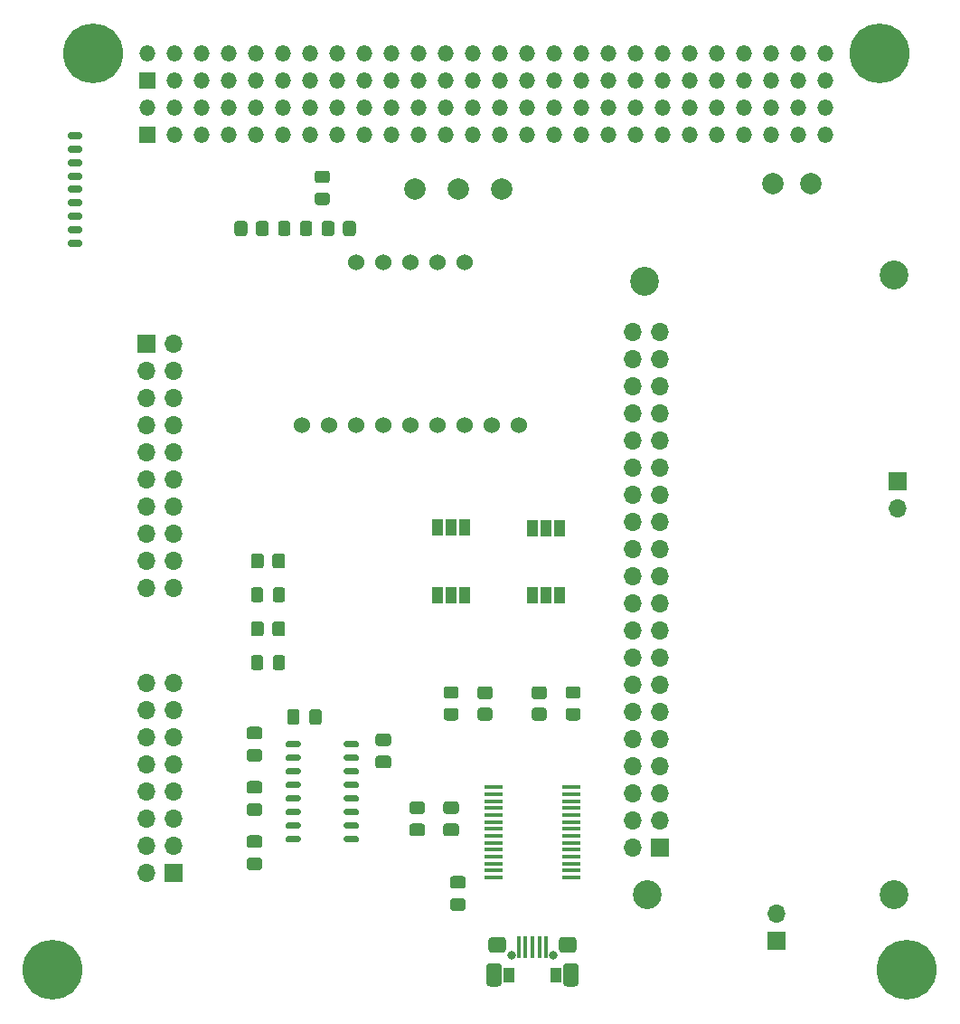
<source format=gbr>
%TF.GenerationSoftware,KiCad,Pcbnew,(5.1.9)-1*%
%TF.CreationDate,2021-10-10T11:17:01-04:00*%
%TF.ProjectId,REVERB Interface,52455645-5242-4204-996e-746572666163,rev?*%
%TF.SameCoordinates,Original*%
%TF.FileFunction,Soldermask,Top*%
%TF.FilePolarity,Negative*%
%FSLAX46Y46*%
G04 Gerber Fmt 4.6, Leading zero omitted, Abs format (unit mm)*
G04 Created by KiCad (PCBNEW (5.1.9)-1) date 2021-10-10 11:17:01*
%MOMM*%
%LPD*%
G01*
G04 APERTURE LIST*
%ADD10C,2.000000*%
%ADD11C,2.700000*%
%ADD12O,1.700000X1.700000*%
%ADD13R,1.700000X1.700000*%
%ADD14R,1.000000X1.500000*%
%ADD15C,1.524000*%
%ADD16R,1.750000X0.450000*%
%ADD17R,1.100000X1.350000*%
%ADD18C,0.800000*%
%ADD19R,0.400000X2.000000*%
%ADD20C,5.600000*%
%ADD21C,3.600000*%
%ADD22O,1.400000X0.700000*%
%ADD23O,1.500000X1.500000*%
%ADD24R,1.500000X1.500000*%
G04 APERTURE END LIST*
D10*
%TO.C,TP5*%
X145796000Y-70612000D03*
%TD*%
%TO.C,TP4*%
X179324000Y-70104000D03*
%TD*%
%TO.C,TP3*%
X149860000Y-70612000D03*
%TD*%
%TO.C,TP2*%
X153924000Y-70612000D03*
%TD*%
%TO.C,TP1*%
X182880000Y-70104000D03*
%TD*%
D11*
%TO.C,M8*%
X190701000Y-136609000D03*
%TD*%
%TO.C,M7*%
X190701000Y-78609000D03*
%TD*%
%TO.C,M6*%
X167574000Y-136609000D03*
%TD*%
%TO.C,M5*%
X167384000Y-79244000D03*
%TD*%
D12*
%TO.C,J8*%
X191021000Y-100524000D03*
D13*
X191021000Y-97984000D03*
%TD*%
%TO.C,R6*%
G36*
G01*
X131680000Y-104959999D02*
X131680000Y-105860001D01*
G75*
G02*
X131430001Y-106110000I-249999J0D01*
G01*
X130729999Y-106110000D01*
G75*
G02*
X130480000Y-105860001I0J249999D01*
G01*
X130480000Y-104959999D01*
G75*
G02*
X130729999Y-104710000I249999J0D01*
G01*
X131430001Y-104710000D01*
G75*
G02*
X131680000Y-104959999I0J-249999D01*
G01*
G37*
G36*
G01*
X133680000Y-104959999D02*
X133680000Y-105860001D01*
G75*
G02*
X133430001Y-106110000I-249999J0D01*
G01*
X132729999Y-106110000D01*
G75*
G02*
X132480000Y-105860001I0J249999D01*
G01*
X132480000Y-104959999D01*
G75*
G02*
X132729999Y-104710000I249999J0D01*
G01*
X133430001Y-104710000D01*
G75*
G02*
X133680000Y-104959999I0J-249999D01*
G01*
G37*
%TD*%
%TO.C,R5*%
G36*
G01*
X131680000Y-111309999D02*
X131680000Y-112210001D01*
G75*
G02*
X131430001Y-112460000I-249999J0D01*
G01*
X130729999Y-112460000D01*
G75*
G02*
X130480000Y-112210001I0J249999D01*
G01*
X130480000Y-111309999D01*
G75*
G02*
X130729999Y-111060000I249999J0D01*
G01*
X131430001Y-111060000D01*
G75*
G02*
X131680000Y-111309999I0J-249999D01*
G01*
G37*
G36*
G01*
X133680000Y-111309999D02*
X133680000Y-112210001D01*
G75*
G02*
X133430001Y-112460000I-249999J0D01*
G01*
X132729999Y-112460000D01*
G75*
G02*
X132480000Y-112210001I0J249999D01*
G01*
X132480000Y-111309999D01*
G75*
G02*
X132729999Y-111060000I249999J0D01*
G01*
X133430001Y-111060000D01*
G75*
G02*
X133680000Y-111309999I0J-249999D01*
G01*
G37*
%TD*%
%TO.C,R4*%
G36*
G01*
X130940000Y-74745001D02*
X130940000Y-73844999D01*
G75*
G02*
X131189999Y-73595000I249999J0D01*
G01*
X131890001Y-73595000D01*
G75*
G02*
X132140000Y-73844999I0J-249999D01*
G01*
X132140000Y-74745001D01*
G75*
G02*
X131890001Y-74995000I-249999J0D01*
G01*
X131189999Y-74995000D01*
G75*
G02*
X130940000Y-74745001I0J249999D01*
G01*
G37*
G36*
G01*
X128940000Y-74745001D02*
X128940000Y-73844999D01*
G75*
G02*
X129189999Y-73595000I249999J0D01*
G01*
X129890001Y-73595000D01*
G75*
G02*
X130140000Y-73844999I0J-249999D01*
G01*
X130140000Y-74745001D01*
G75*
G02*
X129890001Y-74995000I-249999J0D01*
G01*
X129189999Y-74995000D01*
G75*
G02*
X128940000Y-74745001I0J249999D01*
G01*
G37*
%TD*%
%TO.C,R3*%
G36*
G01*
X138300000Y-73844999D02*
X138300000Y-74745001D01*
G75*
G02*
X138050001Y-74995000I-249999J0D01*
G01*
X137349999Y-74995000D01*
G75*
G02*
X137100000Y-74745001I0J249999D01*
G01*
X137100000Y-73844999D01*
G75*
G02*
X137349999Y-73595000I249999J0D01*
G01*
X138050001Y-73595000D01*
G75*
G02*
X138300000Y-73844999I0J-249999D01*
G01*
G37*
G36*
G01*
X140300000Y-73844999D02*
X140300000Y-74745001D01*
G75*
G02*
X140050001Y-74995000I-249999J0D01*
G01*
X139349999Y-74995000D01*
G75*
G02*
X139100000Y-74745001I0J249999D01*
G01*
X139100000Y-73844999D01*
G75*
G02*
X139349999Y-73595000I249999J0D01*
G01*
X140050001Y-73595000D01*
G75*
G02*
X140300000Y-73844999I0J-249999D01*
G01*
G37*
%TD*%
%TO.C,R2*%
G36*
G01*
X151949999Y-119145000D02*
X152850001Y-119145000D01*
G75*
G02*
X153100000Y-119394999I0J-249999D01*
G01*
X153100000Y-120095001D01*
G75*
G02*
X152850001Y-120345000I-249999J0D01*
G01*
X151949999Y-120345000D01*
G75*
G02*
X151700000Y-120095001I0J249999D01*
G01*
X151700000Y-119394999D01*
G75*
G02*
X151949999Y-119145000I249999J0D01*
G01*
G37*
G36*
G01*
X151949999Y-117145000D02*
X152850001Y-117145000D01*
G75*
G02*
X153100000Y-117394999I0J-249999D01*
G01*
X153100000Y-118095001D01*
G75*
G02*
X152850001Y-118345000I-249999J0D01*
G01*
X151949999Y-118345000D01*
G75*
G02*
X151700000Y-118095001I0J249999D01*
G01*
X151700000Y-117394999D01*
G75*
G02*
X151949999Y-117145000I249999J0D01*
G01*
G37*
%TD*%
%TO.C,R1*%
G36*
G01*
X157029999Y-119145000D02*
X157930001Y-119145000D01*
G75*
G02*
X158180000Y-119394999I0J-249999D01*
G01*
X158180000Y-120095001D01*
G75*
G02*
X157930001Y-120345000I-249999J0D01*
G01*
X157029999Y-120345000D01*
G75*
G02*
X156780000Y-120095001I0J249999D01*
G01*
X156780000Y-119394999D01*
G75*
G02*
X157029999Y-119145000I249999J0D01*
G01*
G37*
G36*
G01*
X157029999Y-117145000D02*
X157930001Y-117145000D01*
G75*
G02*
X158180000Y-117394999I0J-249999D01*
G01*
X158180000Y-118095001D01*
G75*
G02*
X157930001Y-118345000I-249999J0D01*
G01*
X157029999Y-118345000D01*
G75*
G02*
X156780000Y-118095001I0J249999D01*
G01*
X156780000Y-117394999D01*
G75*
G02*
X157029999Y-117145000I249999J0D01*
G01*
G37*
%TD*%
D14*
%TO.C,JP4*%
X156815000Y-108585000D03*
X158115000Y-108585000D03*
X159415000Y-108585000D03*
%TD*%
%TO.C,JP3*%
X147925000Y-108585000D03*
X149225000Y-108585000D03*
X150525000Y-108585000D03*
%TD*%
%TO.C,JP2*%
X156815000Y-102320000D03*
X158115000Y-102320000D03*
X159415000Y-102320000D03*
%TD*%
%TO.C,JP1*%
X147925000Y-102235000D03*
X149225000Y-102235000D03*
X150525000Y-102235000D03*
%TD*%
D15*
%TO.C,U1*%
X135255000Y-92710000D03*
X137795000Y-92710000D03*
X140335000Y-92710000D03*
X142875000Y-92710000D03*
X145415000Y-92710000D03*
X147955000Y-92710000D03*
X150495000Y-92710000D03*
X153035000Y-92710000D03*
X155575000Y-92710000D03*
X140335000Y-77470000D03*
X150495000Y-77470000D03*
X147955000Y-77470000D03*
X145415000Y-77470000D03*
X142875000Y-77470000D03*
%TD*%
D16*
%TO.C,U3*%
X160445000Y-126585000D03*
X160445000Y-127235000D03*
X160445000Y-127885000D03*
X160445000Y-128535000D03*
X160445000Y-129185000D03*
X160445000Y-129835000D03*
X160445000Y-130485000D03*
X160445000Y-131135000D03*
X160445000Y-131785000D03*
X160445000Y-132435000D03*
X160445000Y-133085000D03*
X160445000Y-133735000D03*
X160445000Y-134385000D03*
X160445000Y-135035000D03*
X153245000Y-135035000D03*
X153245000Y-134385000D03*
X153245000Y-133735000D03*
X153245000Y-133085000D03*
X153245000Y-132435000D03*
X153245000Y-131785000D03*
X153245000Y-131135000D03*
X153245000Y-130485000D03*
X153245000Y-129835000D03*
X153245000Y-129185000D03*
X153245000Y-128535000D03*
X153245000Y-127885000D03*
X153245000Y-127235000D03*
X153245000Y-126585000D03*
%TD*%
D17*
%TO.C,J6*%
X159045000Y-144145000D03*
X154645000Y-144145000D03*
D18*
X158795000Y-142315000D03*
X154895000Y-142315000D03*
D19*
X155545000Y-141545000D03*
X156195000Y-141545000D03*
X156845000Y-141545000D03*
X157495000Y-141545000D03*
X158145000Y-141545000D03*
G36*
G01*
X153995000Y-143420000D02*
X153995000Y-144870000D01*
G75*
G02*
X153620000Y-145245000I-375000J0D01*
G01*
X152870000Y-145245000D01*
G75*
G02*
X152495000Y-144870000I0J375000D01*
G01*
X152495000Y-143420000D01*
G75*
G02*
X152870000Y-143045000I375000J0D01*
G01*
X153620000Y-143045000D01*
G75*
G02*
X153995000Y-143420000I0J-375000D01*
G01*
G37*
G36*
G01*
X161195000Y-143420000D02*
X161195000Y-144870000D01*
G75*
G02*
X160820000Y-145245000I-375000J0D01*
G01*
X160070000Y-145245000D01*
G75*
G02*
X159695000Y-144870000I0J375000D01*
G01*
X159695000Y-143420000D01*
G75*
G02*
X160070000Y-143045000I375000J0D01*
G01*
X160820000Y-143045000D01*
G75*
G02*
X161195000Y-143420000I0J-375000D01*
G01*
G37*
G36*
G01*
X160995000Y-140970000D02*
X160995000Y-141720000D01*
G75*
G02*
X160620000Y-142095000I-375000J0D01*
G01*
X159670000Y-142095000D01*
G75*
G02*
X159295000Y-141720000I0J375000D01*
G01*
X159295000Y-140970000D01*
G75*
G02*
X159670000Y-140595000I375000J0D01*
G01*
X160620000Y-140595000D01*
G75*
G02*
X160995000Y-140970000I0J-375000D01*
G01*
G37*
G36*
G01*
X154395000Y-140970000D02*
X154395000Y-141720000D01*
G75*
G02*
X154020000Y-142095000I-375000J0D01*
G01*
X153070000Y-142095000D01*
G75*
G02*
X152695000Y-141720000I0J375000D01*
G01*
X152695000Y-140970000D01*
G75*
G02*
X153070000Y-140595000I375000J0D01*
G01*
X154020000Y-140595000D01*
G75*
G02*
X154395000Y-140970000I0J-375000D01*
G01*
G37*
%TD*%
%TO.C,D6*%
G36*
G01*
X131630000Y-108134999D02*
X131630000Y-109035001D01*
G75*
G02*
X131380001Y-109285000I-249999J0D01*
G01*
X130729999Y-109285000D01*
G75*
G02*
X130480000Y-109035001I0J249999D01*
G01*
X130480000Y-108134999D01*
G75*
G02*
X130729999Y-107885000I249999J0D01*
G01*
X131380001Y-107885000D01*
G75*
G02*
X131630000Y-108134999I0J-249999D01*
G01*
G37*
G36*
G01*
X133680000Y-108134999D02*
X133680000Y-109035001D01*
G75*
G02*
X133430001Y-109285000I-249999J0D01*
G01*
X132779999Y-109285000D01*
G75*
G02*
X132530000Y-109035001I0J249999D01*
G01*
X132530000Y-108134999D01*
G75*
G02*
X132779999Y-107885000I249999J0D01*
G01*
X133430001Y-107885000D01*
G75*
G02*
X133680000Y-108134999I0J-249999D01*
G01*
G37*
%TD*%
%TO.C,D5*%
G36*
G01*
X131630000Y-114484999D02*
X131630000Y-115385001D01*
G75*
G02*
X131380001Y-115635000I-249999J0D01*
G01*
X130729999Y-115635000D01*
G75*
G02*
X130480000Y-115385001I0J249999D01*
G01*
X130480000Y-114484999D01*
G75*
G02*
X130729999Y-114235000I249999J0D01*
G01*
X131380001Y-114235000D01*
G75*
G02*
X131630000Y-114484999I0J-249999D01*
G01*
G37*
G36*
G01*
X133680000Y-114484999D02*
X133680000Y-115385001D01*
G75*
G02*
X133430001Y-115635000I-249999J0D01*
G01*
X132779999Y-115635000D01*
G75*
G02*
X132530000Y-115385001I0J249999D01*
G01*
X132530000Y-114484999D01*
G75*
G02*
X132779999Y-114235000I249999J0D01*
G01*
X133430001Y-114235000D01*
G75*
G02*
X133680000Y-114484999I0J-249999D01*
G01*
G37*
%TD*%
%TO.C,D4*%
G36*
G01*
X134170000Y-73844999D02*
X134170000Y-74745001D01*
G75*
G02*
X133920001Y-74995000I-249999J0D01*
G01*
X133269999Y-74995000D01*
G75*
G02*
X133020000Y-74745001I0J249999D01*
G01*
X133020000Y-73844999D01*
G75*
G02*
X133269999Y-73595000I249999J0D01*
G01*
X133920001Y-73595000D01*
G75*
G02*
X134170000Y-73844999I0J-249999D01*
G01*
G37*
G36*
G01*
X136220000Y-73844999D02*
X136220000Y-74745001D01*
G75*
G02*
X135970001Y-74995000I-249999J0D01*
G01*
X135319999Y-74995000D01*
G75*
G02*
X135070000Y-74745001I0J249999D01*
G01*
X135070000Y-73844999D01*
G75*
G02*
X135319999Y-73595000I249999J0D01*
G01*
X135970001Y-73595000D01*
G75*
G02*
X136220000Y-73844999I0J-249999D01*
G01*
G37*
%TD*%
%TO.C,D3*%
G36*
G01*
X136709999Y-70935000D02*
X137610001Y-70935000D01*
G75*
G02*
X137860000Y-71184999I0J-249999D01*
G01*
X137860000Y-71835001D01*
G75*
G02*
X137610001Y-72085000I-249999J0D01*
G01*
X136709999Y-72085000D01*
G75*
G02*
X136460000Y-71835001I0J249999D01*
G01*
X136460000Y-71184999D01*
G75*
G02*
X136709999Y-70935000I249999J0D01*
G01*
G37*
G36*
G01*
X136709999Y-68885000D02*
X137610001Y-68885000D01*
G75*
G02*
X137860000Y-69134999I0J-249999D01*
G01*
X137860000Y-69785001D01*
G75*
G02*
X137610001Y-70035000I-249999J0D01*
G01*
X136709999Y-70035000D01*
G75*
G02*
X136460000Y-69785001I0J249999D01*
G01*
X136460000Y-69134999D01*
G75*
G02*
X136709999Y-68885000I249999J0D01*
G01*
G37*
%TD*%
%TO.C,D2*%
G36*
G01*
X148774999Y-119195000D02*
X149675001Y-119195000D01*
G75*
G02*
X149925000Y-119444999I0J-249999D01*
G01*
X149925000Y-120095001D01*
G75*
G02*
X149675001Y-120345000I-249999J0D01*
G01*
X148774999Y-120345000D01*
G75*
G02*
X148525000Y-120095001I0J249999D01*
G01*
X148525000Y-119444999D01*
G75*
G02*
X148774999Y-119195000I249999J0D01*
G01*
G37*
G36*
G01*
X148774999Y-117145000D02*
X149675001Y-117145000D01*
G75*
G02*
X149925000Y-117394999I0J-249999D01*
G01*
X149925000Y-118045001D01*
G75*
G02*
X149675001Y-118295000I-249999J0D01*
G01*
X148774999Y-118295000D01*
G75*
G02*
X148525000Y-118045001I0J249999D01*
G01*
X148525000Y-117394999D01*
G75*
G02*
X148774999Y-117145000I249999J0D01*
G01*
G37*
%TD*%
%TO.C,D1*%
G36*
G01*
X160204999Y-119195000D02*
X161105001Y-119195000D01*
G75*
G02*
X161355000Y-119444999I0J-249999D01*
G01*
X161355000Y-120095001D01*
G75*
G02*
X161105001Y-120345000I-249999J0D01*
G01*
X160204999Y-120345000D01*
G75*
G02*
X159955000Y-120095001I0J249999D01*
G01*
X159955000Y-119444999D01*
G75*
G02*
X160204999Y-119195000I249999J0D01*
G01*
G37*
G36*
G01*
X160204999Y-117145000D02*
X161105001Y-117145000D01*
G75*
G02*
X161355000Y-117394999I0J-249999D01*
G01*
X161355000Y-118045001D01*
G75*
G02*
X161105001Y-118295000I-249999J0D01*
G01*
X160204999Y-118295000D01*
G75*
G02*
X159955000Y-118045001I0J249999D01*
G01*
X159955000Y-117394999D01*
G75*
G02*
X160204999Y-117145000I249999J0D01*
G01*
G37*
%TD*%
%TO.C,C8*%
G36*
G01*
X149385000Y-136975000D02*
X150335000Y-136975000D01*
G75*
G02*
X150585000Y-137225000I0J-250000D01*
G01*
X150585000Y-137900000D01*
G75*
G02*
X150335000Y-138150000I-250000J0D01*
G01*
X149385000Y-138150000D01*
G75*
G02*
X149135000Y-137900000I0J250000D01*
G01*
X149135000Y-137225000D01*
G75*
G02*
X149385000Y-136975000I250000J0D01*
G01*
G37*
G36*
G01*
X149385000Y-134900000D02*
X150335000Y-134900000D01*
G75*
G02*
X150585000Y-135150000I0J-250000D01*
G01*
X150585000Y-135825000D01*
G75*
G02*
X150335000Y-136075000I-250000J0D01*
G01*
X149385000Y-136075000D01*
G75*
G02*
X149135000Y-135825000I0J250000D01*
G01*
X149135000Y-135150000D01*
G75*
G02*
X149385000Y-134900000I250000J0D01*
G01*
G37*
%TD*%
%TO.C,C7*%
G36*
G01*
X145575000Y-129990000D02*
X146525000Y-129990000D01*
G75*
G02*
X146775000Y-130240000I0J-250000D01*
G01*
X146775000Y-130915000D01*
G75*
G02*
X146525000Y-131165000I-250000J0D01*
G01*
X145575000Y-131165000D01*
G75*
G02*
X145325000Y-130915000I0J250000D01*
G01*
X145325000Y-130240000D01*
G75*
G02*
X145575000Y-129990000I250000J0D01*
G01*
G37*
G36*
G01*
X145575000Y-127915000D02*
X146525000Y-127915000D01*
G75*
G02*
X146775000Y-128165000I0J-250000D01*
G01*
X146775000Y-128840000D01*
G75*
G02*
X146525000Y-129090000I-250000J0D01*
G01*
X145575000Y-129090000D01*
G75*
G02*
X145325000Y-128840000I0J250000D01*
G01*
X145325000Y-128165000D01*
G75*
G02*
X145575000Y-127915000I250000J0D01*
G01*
G37*
%TD*%
%TO.C,C6*%
G36*
G01*
X148750000Y-129990000D02*
X149700000Y-129990000D01*
G75*
G02*
X149950000Y-130240000I0J-250000D01*
G01*
X149950000Y-130915000D01*
G75*
G02*
X149700000Y-131165000I-250000J0D01*
G01*
X148750000Y-131165000D01*
G75*
G02*
X148500000Y-130915000I0J250000D01*
G01*
X148500000Y-130240000D01*
G75*
G02*
X148750000Y-129990000I250000J0D01*
G01*
G37*
G36*
G01*
X148750000Y-127915000D02*
X149700000Y-127915000D01*
G75*
G02*
X149950000Y-128165000I0J-250000D01*
G01*
X149950000Y-128840000D01*
G75*
G02*
X149700000Y-129090000I-250000J0D01*
G01*
X148750000Y-129090000D01*
G75*
G02*
X148500000Y-128840000I0J250000D01*
G01*
X148500000Y-128165000D01*
G75*
G02*
X148750000Y-127915000I250000J0D01*
G01*
G37*
%TD*%
%TO.C,U2*%
G36*
G01*
X133913996Y-122255001D02*
X134956002Y-122255001D01*
G75*
G02*
X135159999Y-122458998I0J-203997D01*
G01*
X135159999Y-122651002D01*
G75*
G02*
X134956002Y-122854999I-203997J0D01*
G01*
X133913996Y-122854999D01*
G75*
G02*
X133709999Y-122651002I0J203997D01*
G01*
X133709999Y-122458998D01*
G75*
G02*
X133913996Y-122255001I203997J0D01*
G01*
G37*
G36*
G01*
X133913996Y-123525001D02*
X134956002Y-123525001D01*
G75*
G02*
X135159999Y-123728998I0J-203997D01*
G01*
X135159999Y-123921002D01*
G75*
G02*
X134956002Y-124124999I-203997J0D01*
G01*
X133913996Y-124124999D01*
G75*
G02*
X133709999Y-123921002I0J203997D01*
G01*
X133709999Y-123728998D01*
G75*
G02*
X133913996Y-123525001I203997J0D01*
G01*
G37*
G36*
G01*
X133913996Y-124795001D02*
X134956002Y-124795001D01*
G75*
G02*
X135159999Y-124998998I0J-203997D01*
G01*
X135159999Y-125191002D01*
G75*
G02*
X134956002Y-125394999I-203997J0D01*
G01*
X133913996Y-125394999D01*
G75*
G02*
X133709999Y-125191002I0J203997D01*
G01*
X133709999Y-124998998D01*
G75*
G02*
X133913996Y-124795001I203997J0D01*
G01*
G37*
G36*
G01*
X133913996Y-126065001D02*
X134956002Y-126065001D01*
G75*
G02*
X135159999Y-126268998I0J-203997D01*
G01*
X135159999Y-126461002D01*
G75*
G02*
X134956002Y-126664999I-203997J0D01*
G01*
X133913996Y-126664999D01*
G75*
G02*
X133709999Y-126461002I0J203997D01*
G01*
X133709999Y-126268998D01*
G75*
G02*
X133913996Y-126065001I203997J0D01*
G01*
G37*
G36*
G01*
X133913996Y-127335001D02*
X134956002Y-127335001D01*
G75*
G02*
X135159999Y-127538998I0J-203997D01*
G01*
X135159999Y-127731002D01*
G75*
G02*
X134956002Y-127934999I-203997J0D01*
G01*
X133913996Y-127934999D01*
G75*
G02*
X133709999Y-127731002I0J203997D01*
G01*
X133709999Y-127538998D01*
G75*
G02*
X133913996Y-127335001I203997J0D01*
G01*
G37*
G36*
G01*
X133913996Y-128605001D02*
X134956002Y-128605001D01*
G75*
G02*
X135159999Y-128808998I0J-203997D01*
G01*
X135159999Y-129001002D01*
G75*
G02*
X134956002Y-129204999I-203997J0D01*
G01*
X133913996Y-129204999D01*
G75*
G02*
X133709999Y-129001002I0J203997D01*
G01*
X133709999Y-128808998D01*
G75*
G02*
X133913996Y-128605001I203997J0D01*
G01*
G37*
G36*
G01*
X133913996Y-129875001D02*
X134956002Y-129875001D01*
G75*
G02*
X135159999Y-130078998I0J-203997D01*
G01*
X135159999Y-130271002D01*
G75*
G02*
X134956002Y-130474999I-203997J0D01*
G01*
X133913996Y-130474999D01*
G75*
G02*
X133709999Y-130271002I0J203997D01*
G01*
X133709999Y-130078998D01*
G75*
G02*
X133913996Y-129875001I203997J0D01*
G01*
G37*
G36*
G01*
X133913996Y-131145001D02*
X134956002Y-131145001D01*
G75*
G02*
X135159999Y-131348998I0J-203997D01*
G01*
X135159999Y-131541002D01*
G75*
G02*
X134956002Y-131744999I-203997J0D01*
G01*
X133913996Y-131744999D01*
G75*
G02*
X133709999Y-131541002I0J203997D01*
G01*
X133709999Y-131348998D01*
G75*
G02*
X133913996Y-131145001I203997J0D01*
G01*
G37*
G36*
G01*
X139363995Y-122255001D02*
X140406001Y-122255001D01*
G75*
G02*
X140609998Y-122458998I0J-203997D01*
G01*
X140609998Y-122651002D01*
G75*
G02*
X140406001Y-122854999I-203997J0D01*
G01*
X139363995Y-122854999D01*
G75*
G02*
X139159998Y-122651002I0J203997D01*
G01*
X139159998Y-122458998D01*
G75*
G02*
X139363995Y-122255001I203997J0D01*
G01*
G37*
G36*
G01*
X139363995Y-123525001D02*
X140406001Y-123525001D01*
G75*
G02*
X140609998Y-123728998I0J-203997D01*
G01*
X140609998Y-123921002D01*
G75*
G02*
X140406001Y-124124999I-203997J0D01*
G01*
X139363995Y-124124999D01*
G75*
G02*
X139159998Y-123921002I0J203997D01*
G01*
X139159998Y-123728998D01*
G75*
G02*
X139363995Y-123525001I203997J0D01*
G01*
G37*
G36*
G01*
X139363995Y-124795001D02*
X140406001Y-124795001D01*
G75*
G02*
X140609998Y-124998998I0J-203997D01*
G01*
X140609998Y-125191002D01*
G75*
G02*
X140406001Y-125394999I-203997J0D01*
G01*
X139363995Y-125394999D01*
G75*
G02*
X139159998Y-125191002I0J203997D01*
G01*
X139159998Y-124998998D01*
G75*
G02*
X139363995Y-124795001I203997J0D01*
G01*
G37*
G36*
G01*
X139363995Y-126065001D02*
X140406001Y-126065001D01*
G75*
G02*
X140609998Y-126268998I0J-203997D01*
G01*
X140609998Y-126461002D01*
G75*
G02*
X140406001Y-126664999I-203997J0D01*
G01*
X139363995Y-126664999D01*
G75*
G02*
X139159998Y-126461002I0J203997D01*
G01*
X139159998Y-126268998D01*
G75*
G02*
X139363995Y-126065001I203997J0D01*
G01*
G37*
G36*
G01*
X139363995Y-127335001D02*
X140406001Y-127335001D01*
G75*
G02*
X140609998Y-127538998I0J-203997D01*
G01*
X140609998Y-127731002D01*
G75*
G02*
X140406001Y-127934999I-203997J0D01*
G01*
X139363995Y-127934999D01*
G75*
G02*
X139159998Y-127731002I0J203997D01*
G01*
X139159998Y-127538998D01*
G75*
G02*
X139363995Y-127335001I203997J0D01*
G01*
G37*
G36*
G01*
X139363995Y-128605001D02*
X140406001Y-128605001D01*
G75*
G02*
X140609998Y-128808998I0J-203997D01*
G01*
X140609998Y-129001002D01*
G75*
G02*
X140406001Y-129204999I-203997J0D01*
G01*
X139363995Y-129204999D01*
G75*
G02*
X139159998Y-129001002I0J203997D01*
G01*
X139159998Y-128808998D01*
G75*
G02*
X139363995Y-128605001I203997J0D01*
G01*
G37*
G36*
G01*
X139363995Y-129875001D02*
X140406001Y-129875001D01*
G75*
G02*
X140609998Y-130078998I0J-203997D01*
G01*
X140609998Y-130271002D01*
G75*
G02*
X140406001Y-130474999I-203997J0D01*
G01*
X139363995Y-130474999D01*
G75*
G02*
X139159998Y-130271002I0J203997D01*
G01*
X139159998Y-130078998D01*
G75*
G02*
X139363995Y-129875001I203997J0D01*
G01*
G37*
G36*
G01*
X139363995Y-131145001D02*
X140406001Y-131145001D01*
G75*
G02*
X140609998Y-131348998I0J-203997D01*
G01*
X140609998Y-131541002D01*
G75*
G02*
X140406001Y-131744999I-203997J0D01*
G01*
X139363995Y-131744999D01*
G75*
G02*
X139159998Y-131541002I0J203997D01*
G01*
X139159998Y-131348998D01*
G75*
G02*
X139363995Y-131145001I203997J0D01*
G01*
G37*
%TD*%
D20*
%TO.C,M4*%
X191926000Y-143664000D03*
D21*
X191926000Y-143664000D03*
%TD*%
D20*
%TO.C,M3*%
X111916000Y-143664000D03*
D21*
X111916000Y-143664000D03*
%TD*%
D20*
%TO.C,M2*%
X189386000Y-57939000D03*
D21*
X189386000Y-57939000D03*
%TD*%
D20*
%TO.C,M1*%
X115726000Y-57939000D03*
D21*
X115726000Y-57939000D03*
%TD*%
D12*
%TO.C,J7*%
X179705000Y-138430000D03*
D13*
X179705000Y-140970000D03*
%TD*%
D22*
%TO.C,J4*%
X114006000Y-75639000D03*
X114006000Y-74389000D03*
X114006000Y-73139000D03*
X114006000Y-71889000D03*
X114006000Y-70639000D03*
X114006000Y-69389000D03*
X114006000Y-68139000D03*
X114006000Y-66889000D03*
X114006000Y-65639000D03*
%TD*%
D12*
%TO.C,J3*%
X123190000Y-107950000D03*
X120650000Y-107950000D03*
X123190000Y-105410000D03*
X120650000Y-105410000D03*
X123190000Y-102870000D03*
X120650000Y-102870000D03*
X123190000Y-100330000D03*
X120650000Y-100330000D03*
X123190000Y-97790000D03*
X120650000Y-97790000D03*
X123190000Y-95250000D03*
X120650000Y-95250000D03*
X123190000Y-92710000D03*
X120650000Y-92710000D03*
X123190000Y-90170000D03*
X120650000Y-90170000D03*
X123190000Y-87630000D03*
X120650000Y-87630000D03*
X123190000Y-85090000D03*
D13*
X120650000Y-85090000D03*
%TD*%
D12*
%TO.C,J2*%
X120650000Y-116840000D03*
X123190000Y-116840000D03*
X120650000Y-119380000D03*
X123190000Y-119380000D03*
X120650000Y-121920000D03*
X123190000Y-121920000D03*
X120650000Y-124460000D03*
X123190000Y-124460000D03*
X120650000Y-127000000D03*
X123190000Y-127000000D03*
X120650000Y-129540000D03*
X123190000Y-129540000D03*
X120650000Y-132080000D03*
X123190000Y-132080000D03*
X120650000Y-134620000D03*
D13*
X123190000Y-134620000D03*
%TD*%
D12*
%TO.C,J1*%
X166256000Y-84014000D03*
X168796000Y-84014000D03*
X166256000Y-86554000D03*
X168796000Y-86554000D03*
X166256000Y-89094000D03*
X168796000Y-89094000D03*
X166256000Y-91634000D03*
X168796000Y-91634000D03*
X166256000Y-94174000D03*
X168796000Y-94174000D03*
X166256000Y-96714000D03*
X168796000Y-96714000D03*
X166256000Y-99254000D03*
X168796000Y-99254000D03*
X166256000Y-101794000D03*
X168796000Y-101794000D03*
X166256000Y-104334000D03*
X168796000Y-104334000D03*
X166256000Y-106874000D03*
X168796000Y-106874000D03*
X166256000Y-109414000D03*
X168796000Y-109414000D03*
X166256000Y-111954000D03*
X168796000Y-111954000D03*
X166256000Y-114494000D03*
X168796000Y-114494000D03*
X166256000Y-117034000D03*
X168796000Y-117034000D03*
X166256000Y-119574000D03*
X168796000Y-119574000D03*
X166256000Y-122114000D03*
X168796000Y-122114000D03*
X166256000Y-124654000D03*
X168796000Y-124654000D03*
X166256000Y-127194000D03*
X168796000Y-127194000D03*
X166256000Y-129734000D03*
X168796000Y-129734000D03*
X166256000Y-132274000D03*
D13*
X168796000Y-132274000D03*
%TD*%
D23*
%TO.C,H2*%
X184306000Y-57939000D03*
X184306000Y-60479000D03*
X181766000Y-57939000D03*
X181766000Y-60479000D03*
X179226000Y-57939000D03*
X179226000Y-60479000D03*
X176686000Y-57939000D03*
X176686000Y-60479000D03*
X174146000Y-57939000D03*
X174146000Y-60479000D03*
X171606000Y-57939000D03*
X171606000Y-60479000D03*
X169066000Y-57939000D03*
X169066000Y-60479000D03*
X166526000Y-57939000D03*
X166526000Y-60479000D03*
X163986000Y-57939000D03*
X163986000Y-60479000D03*
X161446000Y-57939000D03*
X161446000Y-60479000D03*
X158906000Y-57939000D03*
X158906000Y-60479000D03*
X156366000Y-57939000D03*
X156366000Y-60479000D03*
X153826000Y-57939000D03*
X153826000Y-60479000D03*
X151286000Y-57939000D03*
X151286000Y-60479000D03*
X148746000Y-57939000D03*
X148746000Y-60479000D03*
X146206000Y-57939000D03*
X146206000Y-60479000D03*
X143666000Y-57939000D03*
X143666000Y-60479000D03*
X141126000Y-57939000D03*
X141126000Y-60479000D03*
X138586000Y-57939000D03*
X138586000Y-60479000D03*
X136046000Y-57939000D03*
X136046000Y-60479000D03*
X133506000Y-57939000D03*
X133506000Y-60479000D03*
X130966000Y-57939000D03*
X130966000Y-60479000D03*
X128426000Y-57939000D03*
X128426000Y-60479000D03*
X125886000Y-57939000D03*
X125886000Y-60479000D03*
X123346000Y-57939000D03*
X123346000Y-60479000D03*
X120806000Y-57939000D03*
D24*
X120806000Y-60479000D03*
%TD*%
D23*
%TO.C,H1*%
X184306000Y-63019000D03*
X184306000Y-65559000D03*
X181766000Y-63019000D03*
X181766000Y-65559000D03*
X179226000Y-63019000D03*
X179226000Y-65559000D03*
X176686000Y-63019000D03*
X176686000Y-65559000D03*
X174146000Y-63019000D03*
X174146000Y-65559000D03*
X171606000Y-63019000D03*
X171606000Y-65559000D03*
X169066000Y-63019000D03*
X169066000Y-65559000D03*
X166526000Y-63019000D03*
X166526000Y-65559000D03*
X163986000Y-63019000D03*
X163986000Y-65559000D03*
X161446000Y-63019000D03*
X161446000Y-65559000D03*
X158906000Y-63019000D03*
X158906000Y-65559000D03*
X156366000Y-63019000D03*
X156366000Y-65559000D03*
X153826000Y-63019000D03*
X153826000Y-65559000D03*
X151286000Y-63019000D03*
X151286000Y-65559000D03*
X148746000Y-63019000D03*
X148746000Y-65559000D03*
X146206000Y-63019000D03*
X146206000Y-65559000D03*
X143666000Y-63019000D03*
X143666000Y-65559000D03*
X141126000Y-63019000D03*
X141126000Y-65559000D03*
X138586000Y-63019000D03*
X138586000Y-65559000D03*
X136046000Y-63019000D03*
X136046000Y-65559000D03*
X133506000Y-63019000D03*
X133506000Y-65559000D03*
X130966000Y-63019000D03*
X130966000Y-65559000D03*
X128426000Y-63019000D03*
X128426000Y-65559000D03*
X125886000Y-63019000D03*
X125886000Y-65559000D03*
X123346000Y-63019000D03*
X123346000Y-65559000D03*
X120806000Y-63019000D03*
D24*
X120806000Y-65559000D03*
%TD*%
%TO.C,C5*%
G36*
G01*
X142400000Y-123640000D02*
X143350000Y-123640000D01*
G75*
G02*
X143600000Y-123890000I0J-250000D01*
G01*
X143600000Y-124565000D01*
G75*
G02*
X143350000Y-124815000I-250000J0D01*
G01*
X142400000Y-124815000D01*
G75*
G02*
X142150000Y-124565000I0J250000D01*
G01*
X142150000Y-123890000D01*
G75*
G02*
X142400000Y-123640000I250000J0D01*
G01*
G37*
G36*
G01*
X142400000Y-121565000D02*
X143350000Y-121565000D01*
G75*
G02*
X143600000Y-121815000I0J-250000D01*
G01*
X143600000Y-122490000D01*
G75*
G02*
X143350000Y-122740000I-250000J0D01*
G01*
X142400000Y-122740000D01*
G75*
G02*
X142150000Y-122490000I0J250000D01*
G01*
X142150000Y-121815000D01*
G75*
G02*
X142400000Y-121565000I250000J0D01*
G01*
G37*
%TD*%
%TO.C,C4*%
G36*
G01*
X131285000Y-132265000D02*
X130335000Y-132265000D01*
G75*
G02*
X130085000Y-132015000I0J250000D01*
G01*
X130085000Y-131340000D01*
G75*
G02*
X130335000Y-131090000I250000J0D01*
G01*
X131285000Y-131090000D01*
G75*
G02*
X131535000Y-131340000I0J-250000D01*
G01*
X131535000Y-132015000D01*
G75*
G02*
X131285000Y-132265000I-250000J0D01*
G01*
G37*
G36*
G01*
X131285000Y-134340000D02*
X130335000Y-134340000D01*
G75*
G02*
X130085000Y-134090000I0J250000D01*
G01*
X130085000Y-133415000D01*
G75*
G02*
X130335000Y-133165000I250000J0D01*
G01*
X131285000Y-133165000D01*
G75*
G02*
X131535000Y-133415000I0J-250000D01*
G01*
X131535000Y-134090000D01*
G75*
G02*
X131285000Y-134340000I-250000J0D01*
G01*
G37*
%TD*%
%TO.C,C3*%
G36*
G01*
X135937500Y-120490000D02*
X135937500Y-119540000D01*
G75*
G02*
X136187500Y-119290000I250000J0D01*
G01*
X136862500Y-119290000D01*
G75*
G02*
X137112500Y-119540000I0J-250000D01*
G01*
X137112500Y-120490000D01*
G75*
G02*
X136862500Y-120740000I-250000J0D01*
G01*
X136187500Y-120740000D01*
G75*
G02*
X135937500Y-120490000I0J250000D01*
G01*
G37*
G36*
G01*
X133862500Y-120490000D02*
X133862500Y-119540000D01*
G75*
G02*
X134112500Y-119290000I250000J0D01*
G01*
X134787500Y-119290000D01*
G75*
G02*
X135037500Y-119540000I0J-250000D01*
G01*
X135037500Y-120490000D01*
G75*
G02*
X134787500Y-120740000I-250000J0D01*
G01*
X134112500Y-120740000D01*
G75*
G02*
X133862500Y-120490000I0J250000D01*
G01*
G37*
%TD*%
%TO.C,C2*%
G36*
G01*
X130335000Y-128085000D02*
X131285000Y-128085000D01*
G75*
G02*
X131535000Y-128335000I0J-250000D01*
G01*
X131535000Y-129010000D01*
G75*
G02*
X131285000Y-129260000I-250000J0D01*
G01*
X130335000Y-129260000D01*
G75*
G02*
X130085000Y-129010000I0J250000D01*
G01*
X130085000Y-128335000D01*
G75*
G02*
X130335000Y-128085000I250000J0D01*
G01*
G37*
G36*
G01*
X130335000Y-126010000D02*
X131285000Y-126010000D01*
G75*
G02*
X131535000Y-126260000I0J-250000D01*
G01*
X131535000Y-126935000D01*
G75*
G02*
X131285000Y-127185000I-250000J0D01*
G01*
X130335000Y-127185000D01*
G75*
G02*
X130085000Y-126935000I0J250000D01*
G01*
X130085000Y-126260000D01*
G75*
G02*
X130335000Y-126010000I250000J0D01*
G01*
G37*
%TD*%
%TO.C,C1*%
G36*
G01*
X131285000Y-122105000D02*
X130335000Y-122105000D01*
G75*
G02*
X130085000Y-121855000I0J250000D01*
G01*
X130085000Y-121180000D01*
G75*
G02*
X130335000Y-120930000I250000J0D01*
G01*
X131285000Y-120930000D01*
G75*
G02*
X131535000Y-121180000I0J-250000D01*
G01*
X131535000Y-121855000D01*
G75*
G02*
X131285000Y-122105000I-250000J0D01*
G01*
G37*
G36*
G01*
X131285000Y-124180000D02*
X130335000Y-124180000D01*
G75*
G02*
X130085000Y-123930000I0J250000D01*
G01*
X130085000Y-123255000D01*
G75*
G02*
X130335000Y-123005000I250000J0D01*
G01*
X131285000Y-123005000D01*
G75*
G02*
X131535000Y-123255000I0J-250000D01*
G01*
X131535000Y-123930000D01*
G75*
G02*
X131285000Y-124180000I-250000J0D01*
G01*
G37*
%TD*%
M02*

</source>
